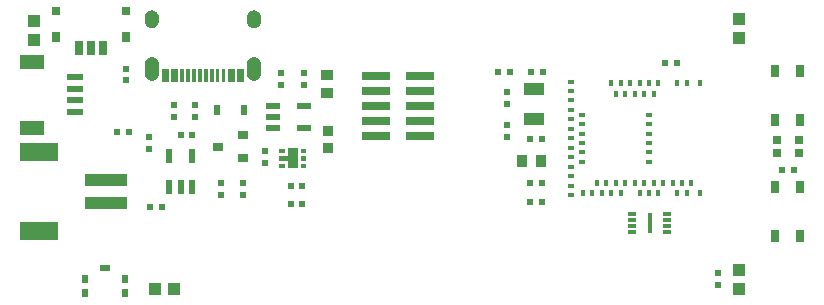
<source format=gtp>
G04 Layer: TopPasteMaskLayer*
G04 EasyEDA Pro v2.2.40.8, 2025-11-29 03:04:21*
G04 Gerber Generator version 0.3*
G04 Scale: 100 percent, Rotated: No, Reflected: No*
G04 Dimensions in millimeters*
G04 Leading zeros omitted, absolute positions, 4 integers and 5 decimals*
G04 Generated by custom config*
%FSLAX45Y45*%
%MOMM*%
%ADD10R,0.6X0.6*%
%ADD11R,0.40005X0.59995*%
%ADD12R,0.59995X0.40005*%
%ADD13R,0.7X1.3*%
%ADD14R,0.75001X0.9*%
%ADD15R,0.7502X0.7*%
%ADD16R,0.75001X0.7*%
%ADD17R,3.6X1.0*%
%ADD18R,3.28X1.5*%
%ADD19R,2.0X1.1999*%
%ADD20R,1.35001X0.59995*%
%ADD21R,0.65X1.05*%
%ADD22R,0.54991X1.1999*%
%ADD23R,0.62992X0.83007*%
%ADD24R,1.0X0.95*%
%ADD25R,1.1999X0.54991*%
%ADD26R,0.7X0.3*%
%ADD27R,0.4X1.8*%
%ADD28R,0.95X1.0*%
%ADD29R,0.89992X0.8001*%
%ADD30R,1.8001X1.0*%
%ADD31R,0.70002X0.70002*%
%ADD32R,1.0X1.0*%
%ADD33R,2.37998X0.7399*%
%ADD34R,0.5X0.8*%
%ADD35R,0.9X0.5*%
%ADD36R,0.85001X0.85001*%
G75*


G04 PolygonModel Start*
G36*
G01X1447993Y1987496D02*
G01X1447993Y1877496D01*
G01X1477995Y1877496D01*
G01X1477995Y1987496D01*
G01X1447993Y1987496D01*
G37*
G36*
G01X1427983Y1877496D02*
G01X1427983Y1987496D01*
G01X1397980Y1987496D01*
G01X1397980Y1877496D01*
G01X1427983Y1877496D01*
G37*
G36*
G01X1938002Y1877496D02*
G01X1938002Y1987496D01*
G01X1878002Y1987496D01*
G01X1878002Y1877496D01*
G01X1938002Y1877496D01*
G37*
G36*
G01X1498005Y1987496D02*
G01X1498005Y1877496D01*
G01X1528008Y1877496D01*
G01X1528008Y1987496D01*
G01X1498005Y1987496D01*
G37*
G36*
G01X1377983Y1877496D02*
G01X1377983Y1987496D01*
G01X1317983Y1987496D01*
G01X1317983Y1877496D01*
G01X1377983Y1877496D01*
G37*
G36*
G01X1237998Y1987496D02*
G01X1237998Y1877496D01*
G01X1297998Y1877496D01*
G01X1297998Y1987496D01*
G01X1237998Y1987496D01*
G37*
G36*
G01X1547993Y1987496D02*
G01X1547993Y1877496D01*
G01X1577995Y1877496D01*
G01X1577995Y1987496D01*
G01X1547993Y1987496D01*
G37*
G36*
G01X1598005Y1987496D02*
G01X1598005Y1877496D01*
G01X1628008Y1877496D01*
G01X1628008Y1987496D01*
G01X1598005Y1987496D01*
G37*
G36*
G01X1857992Y1877496D02*
G01X1857992Y1987496D01*
G01X1797992Y1987496D01*
G01X1797992Y1877496D01*
G01X1857992Y1877496D01*
G37*
G36*
G01X1647992Y1987496D02*
G01X1647992Y1877496D01*
G01X1677995Y1877496D01*
G01X1677995Y1987496D01*
G01X1647992Y1987496D01*
G37*
G36*
G01X1697980Y1987496D02*
G01X1697980Y1877496D01*
G01X1727982Y1877496D01*
G01X1727982Y1987496D01*
G01X1697980Y1987496D01*
G37*
G36*
G01X1747992Y1987496D02*
G01X1747992Y1877496D01*
G01X1777995Y1877496D01*
G01X1777995Y1987496D01*
G01X1747992Y1987496D01*
G37*
G36*
G01X1151019Y1887656D02*
G01X1154006Y1887506D01*
G01X1156998Y1887506D01*
G01X1159985Y1887656D01*
G01X1162962Y1887953D01*
G01X1165921Y1888400D01*
G01X1168852Y1888992D01*
G01X1171753Y1889731D01*
G01X1174610Y1890613D01*
G01X1177422Y1891636D01*
G01X1180178Y1892797D01*
G01X1182875Y1894095D01*
G01X1185502Y1895528D01*
G01X1188054Y1897087D01*
G01X1190526Y1898771D01*
G01X1192911Y1900580D01*
G01X1195202Y1902502D01*
G01X1197396Y1904537D01*
G01X1199484Y1906678D01*
G01X1201465Y1908921D01*
G01X1203330Y1911260D01*
G01X1205075Y1913689D01*
G01X1206698Y1916203D01*
G01X1208194Y1918794D01*
G01X1209560Y1921456D01*
G01X1210790Y1924181D01*
G01X1211882Y1926968D01*
G01X1212837Y1929802D01*
G01X1213647Y1932683D01*
G01X1214313Y1935599D01*
G01X1214831Y1938545D01*
G01X1215204Y1941514D01*
G01X1215428Y1944499D01*
G01X1215502Y1947488D01*
G01X1215502Y2027488D01*
G01X1215428Y2030478D01*
G01X1215204Y2033462D01*
G01X1214831Y2036432D01*
G01X1214313Y2039378D01*
G01X1213647Y2042294D01*
G01X1212837Y2045174D01*
G01X1211882Y2048009D01*
G01X1210790Y2050795D01*
G01X1209560Y2053521D01*
G01X1208194Y2056183D01*
G01X1206698Y2058773D01*
G01X1205075Y2061288D01*
G01X1203330Y2063716D01*
G01X1201465Y2066056D01*
G01X1199484Y2068298D01*
G01X1197396Y2070440D01*
G01X1195202Y2072474D01*
G01X1192911Y2074397D01*
G01X1190526Y2076205D01*
G01X1188054Y2077889D01*
G01X1185502Y2079449D01*
G01X1182875Y2080882D01*
G01X1180178Y2082179D01*
G01X1177422Y2083340D01*
G01X1174610Y2084364D01*
G01X1171753Y2085245D01*
G01X1168852Y2085984D01*
G01X1165921Y2086576D01*
G01X1162962Y2087023D01*
G01X1159985Y2087320D01*
G01X1156998Y2087470D01*
G01X1154006Y2087470D01*
G01X1151019Y2087320D01*
G01X1148042Y2087023D01*
G01X1145083Y2086576D01*
G01X1142151Y2085984D01*
G01X1139251Y2085245D01*
G01X1136393Y2084364D01*
G01X1133581Y2083340D01*
G01X1130826Y2082179D01*
G01X1128128Y2080882D01*
G01X1125502Y2079449D01*
G01X1122949Y2077889D01*
G01X1120478Y2076205D01*
G01X1118093Y2074397D01*
G01X1115801Y2072474D01*
G01X1113607Y2070440D01*
G01X1111519Y2068298D01*
G01X1109538Y2066056D01*
G01X1107673Y2063716D01*
G01X1105928Y2061288D01*
G01X1104305Y2058773D01*
G01X1102809Y2056183D01*
G01X1101443Y2053521D01*
G01X1100213Y2050795D01*
G01X1099121Y2048009D01*
G01X1098166Y2045174D01*
G01X1097356Y2042294D01*
G01X1096690Y2039378D01*
G01X1096172Y2036432D01*
G01X1095799Y2033462D01*
G01X1095575Y2030478D01*
G01X1095502Y2027488D01*
G01X1095502Y1947488D01*
G01X1095575Y1944499D01*
G01X1095799Y1941514D01*
G01X1096172Y1938545D01*
G01X1096690Y1935599D01*
G01X1097356Y1932683D01*
G01X1098166Y1929802D01*
G01X1099121Y1926968D01*
G01X1100213Y1924181D01*
G01X1101443Y1921456D01*
G01X1102809Y1918794D01*
G01X1104305Y1916203D01*
G01X1105928Y1913689D01*
G01X1107673Y1911260D01*
G01X1109538Y1908921D01*
G01X1111519Y1906678D01*
G01X1113607Y1904537D01*
G01X1115801Y1902502D01*
G01X1118093Y1900580D01*
G01X1120478Y1898771D01*
G01X1122949Y1897087D01*
G01X1125502Y1895528D01*
G01X1128128Y1894095D01*
G01X1130826Y1892797D01*
G01X1133581Y1891636D01*
G01X1136393Y1890613D01*
G01X1139251Y1889731D01*
G01X1142151Y1888992D01*
G01X1145083Y1888400D01*
G01X1148042Y1887953D01*
G01X1151019Y1887656D01*
G37*
G36*
G01X2021995Y1887506D02*
G01X2024982Y1887656D01*
G01X2027959Y1887953D01*
G01X2030918Y1888400D01*
G01X2033849Y1888992D01*
G01X2036750Y1889731D01*
G01X2039607Y1890613D01*
G01X2042419Y1891636D01*
G01X2045175Y1892797D01*
G01X2047872Y1894095D01*
G01X2050499Y1895528D01*
G01X2053051Y1897087D01*
G01X2055523Y1898771D01*
G01X2057908Y1900580D01*
G01X2060199Y1902502D01*
G01X2062393Y1904537D01*
G01X2064481Y1906678D01*
G01X2066462Y1908921D01*
G01X2068327Y1911260D01*
G01X2070072Y1913689D01*
G01X2071695Y1916203D01*
G01X2073191Y1918794D01*
G01X2074557Y1921456D01*
G01X2075787Y1924181D01*
G01X2076879Y1926968D01*
G01X2077834Y1929802D01*
G01X2078644Y1932683D01*
G01X2079310Y1935599D01*
G01X2079828Y1938545D01*
G01X2080201Y1941514D01*
G01X2080425Y1944499D01*
G01X2080499Y1947488D01*
G01X2080499Y2027488D01*
G01X2080425Y2030478D01*
G01X2080201Y2033462D01*
G01X2079828Y2036432D01*
G01X2079310Y2039378D01*
G01X2078644Y2042294D01*
G01X2077834Y2045174D01*
G01X2076879Y2048009D01*
G01X2075787Y2050795D01*
G01X2074557Y2053521D01*
G01X2073191Y2056183D01*
G01X2071695Y2058773D01*
G01X2070072Y2061288D01*
G01X2068327Y2063716D01*
G01X2066462Y2066056D01*
G01X2064481Y2068298D01*
G01X2062393Y2070440D01*
G01X2060199Y2072474D01*
G01X2057908Y2074397D01*
G01X2055523Y2076205D01*
G01X2053051Y2077889D01*
G01X2050499Y2079449D01*
G01X2047872Y2080882D01*
G01X2045175Y2082179D01*
G01X2042419Y2083340D01*
G01X2039607Y2084364D01*
G01X2036750Y2085245D01*
G01X2033849Y2085984D01*
G01X2030918Y2086576D01*
G01X2027959Y2087023D01*
G01X2024982Y2087320D01*
G01X2021995Y2087470D01*
G01X2019003Y2087470D01*
G01X2016016Y2087320D01*
G01X2013039Y2087023D01*
G01X2010080Y2086576D01*
G01X2007148Y2085984D01*
G01X2004248Y2085245D01*
G01X2001390Y2084364D01*
G01X1998578Y2083340D01*
G01X1995823Y2082179D01*
G01X1993125Y2080882D01*
G01X1990499Y2079449D01*
G01X1987946Y2077889D01*
G01X1985475Y2076205D01*
G01X1983090Y2074397D01*
G01X1980798Y2072474D01*
G01X1978604Y2070440D01*
G01X1976516Y2068298D01*
G01X1974535Y2066056D01*
G01X1972670Y2063716D01*
G01X1970925Y2061288D01*
G01X1969302Y2058773D01*
G01X1967806Y2056183D01*
G01X1966440Y2053521D01*
G01X1965210Y2050795D01*
G01X1964118Y2048009D01*
G01X1963163Y2045174D01*
G01X1962353Y2042294D01*
G01X1961687Y2039378D01*
G01X1961169Y2036432D01*
G01X1960796Y2033462D01*
G01X1960572Y2030478D01*
G01X1960499Y2027488D01*
G01X1960499Y1947488D01*
G01X1960572Y1944499D01*
G01X1960796Y1941514D01*
G01X1961169Y1938545D01*
G01X1961687Y1935599D01*
G01X1962353Y1932683D01*
G01X1963163Y1929802D01*
G01X1964118Y1926968D01*
G01X1965210Y1924181D01*
G01X1966440Y1921456D01*
G01X1967806Y1918794D01*
G01X1969302Y1916203D01*
G01X1970925Y1913689D01*
G01X1972670Y1911260D01*
G01X1974535Y1908921D01*
G01X1976516Y1906678D01*
G01X1978604Y1904537D01*
G01X1980798Y1902502D01*
G01X1983090Y1900580D01*
G01X1985475Y1898771D01*
G01X1987946Y1897087D01*
G01X1990499Y1895528D01*
G01X1993125Y1894095D01*
G01X1995823Y1892797D01*
G01X1998578Y1891636D01*
G01X2001390Y1890613D01*
G01X2004248Y1889731D01*
G01X2007148Y1888992D01*
G01X2010080Y1888400D01*
G01X2013039Y1887953D01*
G01X2016016Y1887656D01*
G01X2019003Y1887506D01*
G01X2021995Y1887506D01*
G37*
G36*
G01X2016016Y2332672D02*
G01X2019003Y2332522D01*
G01X2021995Y2332522D01*
G01X2024982Y2332672D01*
G01X2027959Y2332969D01*
G01X2030918Y2333416D01*
G01X2033849Y2334008D01*
G01X2036750Y2334747D01*
G01X2039607Y2335628D01*
G01X2042419Y2336652D01*
G01X2045175Y2337813D01*
G01X2047872Y2339111D01*
G01X2050499Y2340543D01*
G01X2053051Y2342103D01*
G01X2055523Y2343787D01*
G01X2057908Y2345595D01*
G01X2060199Y2347518D01*
G01X2062393Y2349553D01*
G01X2064481Y2351694D01*
G01X2066462Y2353937D01*
G01X2068327Y2356276D01*
G01X2070072Y2358704D01*
G01X2071695Y2361219D01*
G01X2073191Y2363810D01*
G01X2074557Y2366472D01*
G01X2075787Y2369197D01*
G01X2076879Y2371983D01*
G01X2077834Y2374818D01*
G01X2078644Y2377698D01*
G01X2079310Y2380614D01*
G01X2079828Y2383561D01*
G01X2080201Y2386530D01*
G01X2080425Y2389514D01*
G01X2080499Y2392504D01*
G01X2080499Y2422504D01*
G01X2080425Y2425493D01*
G01X2080201Y2428478D01*
G01X2079828Y2431447D01*
G01X2079310Y2434394D01*
G01X2078644Y2437310D01*
G01X2077834Y2440190D01*
G01X2076879Y2443025D01*
G01X2075787Y2445811D01*
G01X2074557Y2448536D01*
G01X2073191Y2451198D01*
G01X2071695Y2453789D01*
G01X2070072Y2456304D01*
G01X2068327Y2458732D01*
G01X2066462Y2461071D01*
G01X2064481Y2463314D01*
G01X2062393Y2465455D01*
G01X2060199Y2467490D01*
G01X2057908Y2469413D01*
G01X2055523Y2471221D01*
G01X2053051Y2472905D01*
G01X2050499Y2474465D01*
G01X2047872Y2475897D01*
G01X2045175Y2477195D01*
G01X2042419Y2478356D01*
G01X2039607Y2479380D01*
G01X2036750Y2480261D01*
G01X2033849Y2481000D01*
G01X2030918Y2481592D01*
G01X2027959Y2482039D01*
G01X2024982Y2482336D01*
G01X2021995Y2482486D01*
G01X2019003Y2482486D01*
G01X2016016Y2482336D01*
G01X2013039Y2482039D01*
G01X2010080Y2481592D01*
G01X2007148Y2481000D01*
G01X2004248Y2480261D01*
G01X2001390Y2479380D01*
G01X1998578Y2478356D01*
G01X1995823Y2477195D01*
G01X1993125Y2475897D01*
G01X1990499Y2474465D01*
G01X1987946Y2472905D01*
G01X1985475Y2471221D01*
G01X1983090Y2469413D01*
G01X1980798Y2467490D01*
G01X1978604Y2465455D01*
G01X1976516Y2463314D01*
G01X1974535Y2461071D01*
G01X1972670Y2458732D01*
G01X1970925Y2456304D01*
G01X1969302Y2453789D01*
G01X1967806Y2451198D01*
G01X1966440Y2448536D01*
G01X1965210Y2445811D01*
G01X1964118Y2443025D01*
G01X1963163Y2440190D01*
G01X1962353Y2437310D01*
G01X1961687Y2434394D01*
G01X1961169Y2431447D01*
G01X1960796Y2428478D01*
G01X1960572Y2425493D01*
G01X1960499Y2422504D01*
G01X1960499Y2392504D01*
G01X1960572Y2389514D01*
G01X1960796Y2386530D01*
G01X1961169Y2383561D01*
G01X1961687Y2380614D01*
G01X1962353Y2377698D01*
G01X1963163Y2374818D01*
G01X1964118Y2371983D01*
G01X1965210Y2369197D01*
G01X1966440Y2366472D01*
G01X1967806Y2363810D01*
G01X1969302Y2361219D01*
G01X1970925Y2358704D01*
G01X1972670Y2356276D01*
G01X1974535Y2353937D01*
G01X1976516Y2351694D01*
G01X1978604Y2349553D01*
G01X1980798Y2347518D01*
G01X1983090Y2345595D01*
G01X1985475Y2343787D01*
G01X1987946Y2342103D01*
G01X1990499Y2340543D01*
G01X1993125Y2339111D01*
G01X1995823Y2337813D01*
G01X1998578Y2336652D01*
G01X2001390Y2335628D01*
G01X2004248Y2334747D01*
G01X2007148Y2334008D01*
G01X2010080Y2333416D01*
G01X2013039Y2332969D01*
G01X2016016Y2332672D01*
G37*
G36*
G01X1156998Y2332522D02*
G01X1159985Y2332672D01*
G01X1162962Y2332969D01*
G01X1165921Y2333416D01*
G01X1168852Y2334008D01*
G01X1171753Y2334747D01*
G01X1174610Y2335628D01*
G01X1177422Y2336652D01*
G01X1180178Y2337813D01*
G01X1182875Y2339111D01*
G01X1185502Y2340543D01*
G01X1188054Y2342103D01*
G01X1190526Y2343787D01*
G01X1192911Y2345595D01*
G01X1195202Y2347518D01*
G01X1197396Y2349553D01*
G01X1199484Y2351694D01*
G01X1201465Y2353937D01*
G01X1203330Y2356276D01*
G01X1205075Y2358704D01*
G01X1206698Y2361219D01*
G01X1208194Y2363810D01*
G01X1209560Y2366472D01*
G01X1210790Y2369197D01*
G01X1211882Y2371983D01*
G01X1212837Y2374818D01*
G01X1213647Y2377698D01*
G01X1214313Y2380614D01*
G01X1214831Y2383561D01*
G01X1215204Y2386530D01*
G01X1215428Y2389514D01*
G01X1215502Y2392504D01*
G01X1215502Y2422504D01*
G01X1215428Y2425493D01*
G01X1215204Y2428478D01*
G01X1214831Y2431447D01*
G01X1214313Y2434394D01*
G01X1213647Y2437310D01*
G01X1212837Y2440190D01*
G01X1211882Y2443025D01*
G01X1210790Y2445811D01*
G01X1209560Y2448536D01*
G01X1208194Y2451198D01*
G01X1206698Y2453789D01*
G01X1205075Y2456304D01*
G01X1203330Y2458732D01*
G01X1201465Y2461071D01*
G01X1199484Y2463314D01*
G01X1197396Y2465455D01*
G01X1195202Y2467490D01*
G01X1192911Y2469413D01*
G01X1190526Y2471221D01*
G01X1188054Y2472905D01*
G01X1185502Y2474465D01*
G01X1182875Y2475897D01*
G01X1180178Y2477195D01*
G01X1177422Y2478356D01*
G01X1174610Y2479380D01*
G01X1171753Y2480261D01*
G01X1168852Y2481000D01*
G01X1165921Y2481592D01*
G01X1162962Y2482039D01*
G01X1159985Y2482336D01*
G01X1156998Y2482486D01*
G01X1154006Y2482486D01*
G01X1151019Y2482336D01*
G01X1148042Y2482039D01*
G01X1145083Y2481592D01*
G01X1142151Y2481000D01*
G01X1139251Y2480261D01*
G01X1136393Y2479380D01*
G01X1133581Y2478356D01*
G01X1130826Y2477195D01*
G01X1128128Y2475897D01*
G01X1125502Y2474465D01*
G01X1122949Y2472905D01*
G01X1120478Y2471221D01*
G01X1118093Y2469413D01*
G01X1115801Y2467490D01*
G01X1113607Y2465455D01*
G01X1111519Y2463314D01*
G01X1109538Y2461071D01*
G01X1107673Y2458732D01*
G01X1105928Y2456304D01*
G01X1104305Y2453789D01*
G01X1102809Y2451198D01*
G01X1101443Y2448536D01*
G01X1100213Y2445811D01*
G01X1099121Y2443025D01*
G01X1098166Y2440190D01*
G01X1097356Y2437310D01*
G01X1096690Y2434394D01*
G01X1096172Y2431447D01*
G01X1095799Y2428478D01*
G01X1095575Y2425493D01*
G01X1095502Y2422504D01*
G01X1095502Y2392504D01*
G01X1095575Y2389514D01*
G01X1095799Y2386530D01*
G01X1096172Y2383561D01*
G01X1096690Y2380614D01*
G01X1097356Y2377698D01*
G01X1098166Y2374818D01*
G01X1099121Y2371983D01*
G01X1100213Y2369197D01*
G01X1101443Y2366472D01*
G01X1102809Y2363810D01*
G01X1104305Y2361219D01*
G01X1105928Y2358704D01*
G01X1107673Y2356276D01*
G01X1109538Y2353937D01*
G01X1111519Y2351694D01*
G01X1113607Y2349553D01*
G01X1115801Y2347518D01*
G01X1118093Y2345595D01*
G01X1120478Y2343787D01*
G01X1122949Y2342103D01*
G01X1125502Y2340543D01*
G01X1128128Y2339111D01*
G01X1130826Y2337813D01*
G01X1133581Y2336652D01*
G01X1136393Y2335628D01*
G01X1139251Y2334747D01*
G01X1142151Y2334008D01*
G01X1145083Y2333416D01*
G01X1148042Y2332969D01*
G01X1151019Y2332672D01*
G01X1154006Y2332522D01*
G01X1156998Y2332522D01*
G37*
G36*
G01X2464017Y1248499D02*
G01X2464017Y1211502D01*
G01X2416011Y1211502D01*
G01X2416011Y1248499D01*
G01X2464017Y1248499D01*
G37*
G36*
G01X2464017Y1183536D02*
G01X2464017Y1146539D01*
G01X2416011Y1146539D01*
G01X2416011Y1183536D01*
G01X2464017Y1183536D01*
G37*
G36*
G01X2464017Y1313437D02*
G01X2464017Y1276439D01*
G01X2416011Y1276439D01*
G01X2416011Y1313437D01*
G01X2464017Y1313437D01*
G37*
G36*
G01X2284017Y1313488D02*
G01X2284017Y1276490D01*
G01X2236011Y1276490D01*
G01X2236011Y1313488D01*
G01X2284017Y1313488D01*
G37*
G36*
G01X2284017Y1183536D02*
G01X2284017Y1146539D01*
G01X2236011Y1146539D01*
G01X2236011Y1183536D01*
G01X2284017Y1183536D01*
G37*
G36*
G01X2305140Y1315002D02*
G01X2395142Y1315002D01*
G01X2395142Y1144999D01*
G01X2305140Y1144999D01*
G01X2305102Y1211502D01*
G01X2236001Y1211502D01*
G01X2236001Y1230001D01*
G01X2236001Y1248499D01*
G01X2305102Y1248499D01*
G01X2305140Y1315002D01*
G37*

G04 Pad Start*
G54D10*
G01X4360000Y860000D03*
G01X4460000Y860000D03*
G01X4360000Y1020000D03*
G01X4460000Y1020000D03*
G54D11*
G01X5795006Y1864998D03*
G01X5604988Y1864998D03*
G01X5444994Y1864998D03*
G01X5404989Y1775006D03*
G01X5325004Y1775006D03*
G01X5244994Y1775006D03*
G01X5204989Y1864998D03*
G01X5165009Y1775006D03*
G01X5125004Y1864998D03*
G01X5084999Y1775006D03*
G01X5044994Y1864998D03*
G01X5284999Y1864998D03*
G54D12*
G01X4704990Y1880009D03*
G54D11*
G01X5365009Y1864998D03*
G54D12*
G01X4704990Y1799999D03*
G54D11*
G01X5684998Y1864998D03*
G54D12*
G01X4704990Y1719989D03*
G01X4704990Y1640005D03*
G01X4704990Y1559995D03*
G01X4704990Y1480010D03*
G01X4704990Y1400000D03*
G01X4704990Y1319990D03*
G01X4704990Y1240005D03*
G01X4795008Y1519990D03*
G01X4795008Y1440005D03*
G01X4795008Y1359995D03*
G01X4795008Y1280010D03*
G01X4795008Y1200000D03*
G01X4704990Y1000001D03*
G01X4704990Y1159995D03*
G01X4704990Y1080011D03*
G01X4704990Y919991D03*
G54D11*
G01X4804990Y935002D03*
G01X4885000Y935002D03*
G01X4965010Y935002D03*
G01X5004989Y1024994D03*
G01X5084999Y1024994D03*
G01X5044994Y935002D03*
G01X4925005Y1024994D03*
G54D12*
G01X4795008Y1600000D03*
G54D11*
G01X5125004Y935002D03*
G01X5165009Y1024994D03*
G01X5244994Y1024994D03*
G01X5284999Y935002D03*
G01X5325004Y1024994D03*
G01X5365009Y935002D03*
G01X5404989Y1024994D03*
G01X5444994Y935002D03*
G01X5484999Y1024994D03*
G01X5565009Y1024994D03*
G01X5604988Y935002D03*
G01X5644993Y1024994D03*
G01X5684998Y935002D03*
G01X5725003Y1024994D03*
G01X5795006Y935002D03*
G54D12*
G01X5365009Y1600000D03*
G01X5365009Y1519990D03*
G01X5365009Y1440005D03*
G01X5365009Y1359995D03*
G01X5365009Y1280010D03*
G01X5365009Y1200000D03*
G54D10*
G01X4160000Y1410000D03*
G01X4160000Y1510000D03*
G01X4160000Y1690000D03*
G01X4160000Y1790000D03*
G54D13*
G01X740000Y2166495D03*
G01X640000Y2166495D03*
G01X540000Y2166495D03*
G54D14*
G01X342490Y2261491D03*
G54D16*
G01X342490Y2474000D03*
G01X937510Y2474000D03*
G54D14*
G01X937510Y2261491D03*
G54D17*
G01X769507Y1050000D03*
G01X769507Y850000D03*
G54D18*
G01X200493Y614999D03*
G01X200493Y1285000D03*
G54D19*
G01X141387Y2050010D03*
G54D20*
G01X508900Y1920012D03*
G01X508900Y1820013D03*
G01X508900Y1719987D03*
G01X508900Y1619988D03*
G54D19*
G01X141387Y1489990D03*
G54D21*
G01X6647500Y1967500D03*
G01X6647500Y1552500D03*
G01X6432500Y1967500D03*
G01X6432500Y1552500D03*
G01X6647500Y987500D03*
G01X6647500Y572500D03*
G01X6432500Y987500D03*
G01X6432500Y572500D03*
G54D10*
G01X1500000Y1430000D03*
G01X1400000Y1430000D03*
G01X1340000Y1580000D03*
G01X1340000Y1680000D03*
G01X1520000Y1580000D03*
G01X1520000Y1680000D03*
G54D22*
G01X1305004Y989977D03*
G01X1400000Y989977D03*
G01X1494996Y989977D03*
G01X1494996Y1250023D03*
G01X1305004Y1250023D03*
G54D10*
G01X1130000Y1410000D03*
G01X1130000Y1310000D03*
G01X1740000Y1020000D03*
G01X1740000Y920000D03*
G54D23*
G01X1935011Y1640000D03*
G01X1704989Y1640000D03*
G54D10*
G01X2440000Y1850000D03*
G01X2440000Y1950000D03*
G01X2250000Y1850000D03*
G01X2250000Y1950000D03*
G54D24*
G01X2640000Y1940000D03*
G01X2640000Y1780000D03*
G54D25*
G01X2179977Y1674996D03*
G01X2179977Y1580000D03*
G01X2179977Y1485004D03*
G01X2440023Y1485004D03*
G01X2440023Y1674996D03*
G54D26*
G01X5517307Y604994D03*
G01X5517307Y655032D03*
G01X5517307Y705019D03*
G01X5517307Y754981D03*
G01X5222667Y754981D03*
G01X5222667Y705019D03*
G01X5222667Y655032D03*
G01X5222667Y604994D03*
G54D27*
G01X5369987Y680000D03*
G54D28*
G01X4290000Y1210000D03*
G01X4450000Y1210000D03*
G54D29*
G01X1930000Y1235004D03*
G01X1719992Y1330000D03*
G01X1930000Y1424996D03*
G54D10*
G01X6490000Y1130000D03*
G01X6590000Y1130000D03*
G01X4460000Y1390000D03*
G01X4360000Y1390000D03*
G54D30*
G01X4390000Y1814993D03*
G01X4390000Y1565007D03*
G54D31*
G01X6631491Y1384991D03*
G01X6631491Y1275009D03*
G01X6448509Y1275009D03*
G01X6448509Y1384991D03*
G54D32*
G01X6130000Y287000D03*
G01X6130000Y127000D03*
G01X160000Y2230000D03*
G01X160000Y2390000D03*
G54D10*
G01X4190000Y1960000D03*
G01X4090000Y1960000D03*
G01X4470000Y1960000D03*
G01X4370000Y1960000D03*
G54D33*
G01X3051989Y1543000D03*
G01X3428011Y1543000D03*
G01X3051989Y1416000D03*
G01X3428011Y1416000D03*
G01X3051989Y1924000D03*
G01X3428011Y1924000D03*
G01X3051989Y1797000D03*
G01X3428011Y1797000D03*
G01X3051989Y1670000D03*
G01X3428011Y1670000D03*
G54D32*
G01X1180000Y120000D03*
G01X1340000Y120000D03*
G54D10*
G01X5500000Y2040000D03*
G01X5600000Y2040000D03*
G01X5950000Y260000D03*
G01X5950000Y160000D03*
G54D34*
G01X590000Y90002D03*
G01X930000Y90002D03*
G01X930000Y210001D03*
G54D35*
G01X760000Y300001D03*
G54D34*
G01X590000Y210001D03*
G54D10*
G01X1929999Y920000D03*
G01X1929999Y1020000D03*
G01X940000Y1890001D03*
G01X940000Y1990001D03*
G54D32*
G01X6130000Y2253000D03*
G01X6130000Y2413000D03*
G54D10*
G01X1240000Y820000D03*
G01X1140000Y820000D03*
G01X960000Y1450000D03*
G01X860000Y1450000D03*
G01X2330000Y840000D03*
G01X2430000Y840000D03*
G01X2110001Y1290000D03*
G01X2110001Y1190001D03*
G01X2430000Y1000000D03*
G01X2330000Y1000000D03*
G54D36*
G01X2650001Y1317484D03*
G01X2650001Y1462518D03*
G04 Pad End*

M02*


</source>
